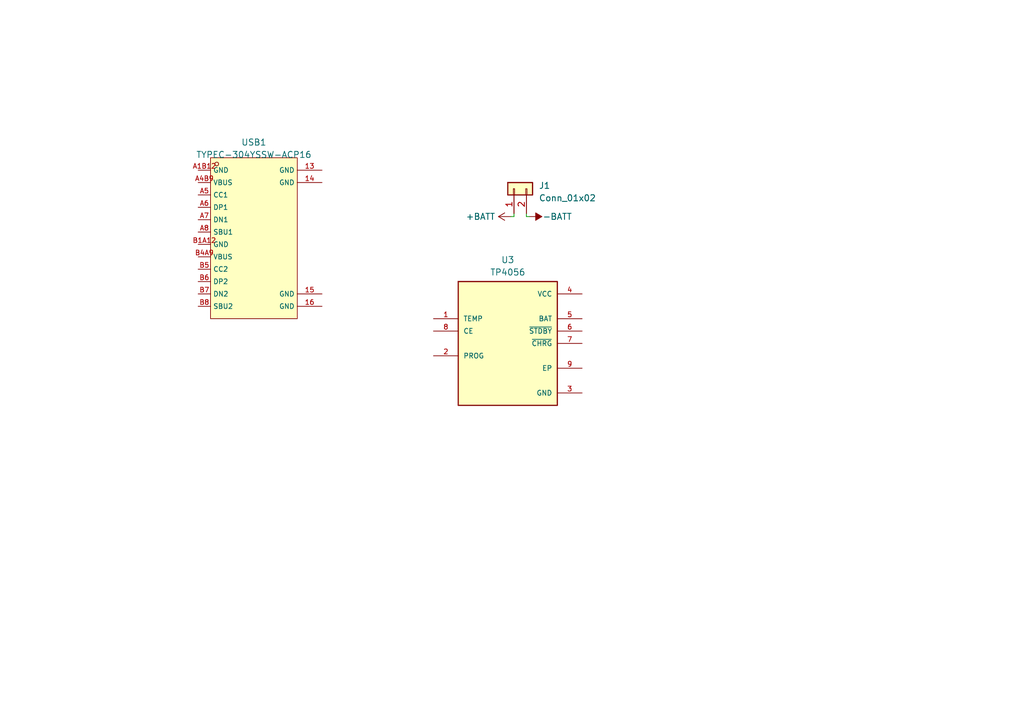
<source format=kicad_sch>
(kicad_sch (version 20230121) (generator eeschema)
  (paper "A5")
  (lib_symbols
    (symbol "Connector_Generic:Conn_01x02" (pin_names (offset 1.016) hide)
      (property "Reference" "J" (at 0 2.54 0))
      (property "Value" "Conn_01x02" (at 0 -5.08 0))
      (symbol "Conn_01x02_1_1"
        (rectangle (start -1.27 -2.413) (end 0 -2.667) (stroke (width 0.1524)))
        (rectangle (start -1.27 0.127) (end 0 -0.127) (stroke (width 0.1524)))
        (rectangle (start -1.27 1.27) (end 1.27 -3.81) (stroke (width 0.254)) (fill (type background)))
        (pin passive line (at -5.08 0 0) (length 3.81) (name "Pin_1") (number "1"))
        (pin passive line (at -5.08 -2.54 0) (length 3.81) (name "Pin_2") (number "2"))
      )
    )
    (symbol "Project Library:TP4056" (pin_names (offset 1.016))
      (property "Reference" "U" (at -10.16 13.208 0))
      (property "Value" "TP4056" (at -10.16 -15.24 0))
      (symbol "TP4056_0_0"
        (rectangle (start -10.16 -12.7) (end 10.16 12.7) (stroke (width 0.254)) (fill (type background)))
        (pin input line (at -15.24 5.08 0) (length 5.08) (name "TEMP") (number "1"))
        (pin bidirectional line (at -15.24 -2.54 0) (length 5.08) (name "PROG") (number "2"))
        (pin power_in line (at 15.24 -10.16 180) (length 5.08) (name "GND") (number "3"))
        (pin power_in line (at 15.24 10.16 180) (length 5.08) (name "VCC") (number "4"))
        (pin output line (at 15.24 5.08 180) (length 5.08) (name "BAT") (number "5"))
        (pin output line (at 15.24 2.54 180) (length 5.08) (name "~{STDBY}") (number "6"))
        (pin output line (at 15.24 0 180) (length 5.08) (name "~{CHRG}") (number "7"))
        (pin input line (at -15.24 2.54 0) (length 5.08) (name "CE") (number "8"))
        (pin passive line (at 15.24 -5.08 180) (length 5.08) (name "EP") (number "9"))
      )
    )
    (symbol "Project Library:TYPEC-304YSSW-ACP16"
      (property "Reference" "USB" (at 0 17.78 0))
      (property "Value" "TYPEC-304YSSW-ACP16" (at 0 -20.32 0))
      (symbol "TYPEC-304YSSW-ACP16_0_1"
        (rectangle (start -10.16 15.24) (end 7.62 -17.78) (fill (type background)))
        (circle (center -8.89 13.97) (radius 0.38))
        (pin unspecified line (at 12.7 12.7 180) (length 5.08) (name "GND") (number "13"))
        (pin unspecified line (at 12.7 10.16 180) (length 5.08) (name "GND") (number "14"))
        (pin unspecified line (at 12.7 -12.7 180) (length 5.08) (name "GND") (number "15"))
        (pin unspecified line (at 12.7 -15.24 180) (length 5.08) (name "GND") (number "16"))
        (pin unspecified line (at -12.7 12.7 0) (length 2.54) (name "GND") (number "A1B12"))
        (pin unspecified line (at -12.7 10.16 0) (length 2.54) (name "VBUS") (number "A4B9"))
        (pin unspecified line (at -12.7 7.62 0) (length 2.54) (name "CC1") (number "A5"))
        (pin unspecified line (at -12.7 5.08 0) (length 2.54) (name "DP1") (number "A6"))
        (pin unspecified line (at -12.7 2.54 0) (length 2.54) (name "DN1") (number "A7"))
        (pin unspecified line (at -12.7 0 0) (length 2.54) (name "SBU1") (number "A8"))
        (pin unspecified line (at -12.7 -2.54 0) (length 2.54) (name "GND") (number "B1A12"))
        (pin unspecified line (at -12.7 -5.08 0) (length 2.54) (name "VBUS") (number "B4A9"))
        (pin unspecified line (at -12.7 -7.62 0) (length 2.54) (name "CC2") (number "B5"))
        (pin unspecified line (at -12.7 -10.16 0) (length 2.54) (name "DP2") (number "B6"))
        (pin unspecified line (at -12.7 -12.7 0) (length 2.54) (name "DN2") (number "B7"))
        (pin unspecified line (at -12.7 -15.24 0) (length 2.54) (name "SBU2") (number "B8"))
      )
    )
    (symbol "power:+BATT" (power) (pin_names (offset 0))
      (property "Value" "+BATT" (at 0 3.556 0))
      (symbol "+BATT_0_1"
        (polyline (pts (xy -0.762 1.27) (xy 0 2.54)))
        (polyline (pts (xy 0 0) (xy 0 2.54)))
        (polyline (pts (xy 0 2.54) (xy 0.762 1.27)))
      )
      (symbol "+BATT_1_1"
        (pin power_in line (at 0 0 90) (length 0) hide (name "+BATT") (number "1"))
      )
    )
    (symbol "power:-BATT" (power) (pin_names (offset 0))
      (property "Value" "-BATT" (at 0 3.556 0))
      (symbol "-BATT_0_1"
        (polyline (pts (xy 0 0) (xy 0 2.54)))
        (polyline (pts (xy 0.762 1.27) (xy -0.762 1.27) (xy 0 2.54) (xy 0.762 1.27)) (fill (type outline)))
      )
      (symbol "-BATT_1_1"
        (pin power_in line (at 0 0 90) (length 0) hide (name "-BATT") (number "1"))
      )
    )
  )
  (wire (pts (xy 107.95 43.815) (xy 107.95 44.45)))
  (wire (pts (xy 105.41 44.45) (xy 104.775 44.45)))
  (wire (pts (xy 107.95 44.45) (xy 108.585 44.45)))
  (wire (pts (xy 105.41 43.815) (xy 105.41 44.45)))
  (symbol (lib_id "Connector_Generic:Conn_01x02") (at 105.41 38.735 90) (unit 1)
    (property "Reference" "J1" (at 110.49 38.1 90) (effects (justify right)))
    (property "Value" "Conn_01x02" (at 110.49 40.64 90) (effects (justify right)))
  )
  (symbol (lib_id "power:-BATT") (at 108.585 44.45 270) (unit 1)
    (property "Reference" "#PWR013" (effects hide))
    (property "Value" "-BATT" (at 114.3 44.45 90))
  )
  (symbol (lib_id "power:+BATT") (at 104.775 44.45 90) (unit 1)
    (property "Reference" "#PWR02" (effects hide))
    (property "Value" "+BATT" (at 101.6 44.45 90) (effects (justify left)))
  )
  (symbol (lib_id "Project Library:TYPEC-304YSSW-ACP16") (at 53.34 47.625 0) (unit 1)
    (property "Reference" "USB1" (at 52.07 29.21 0))
    (property "Value" "TYPEC-304YSSW-ACP16" (at 52.07 31.75 0))
    (property "Footprint" "Project Library:USB-SMD_TYPEC-304YSSW-ACP16" (effects hide))
    (property "LCSC Part" "C2840392" (effects hide))
  )
  (symbol (lib_id "Project Library:TP4056") (at 104.14 70.485 0) (unit 1)
    (property "Reference" "U3" (at 104.14 53.34 0))
    (property "Value" "TP4056" (at 104.14 55.88 0))
    (property "Footprint" "Project Library:SOP127P600X175-9N" (effects hide))
    (property "MF" "NanJing Top Power ASIC Corp." (effects hide))
    (property "MAXIMUM_PACKAGE_HEIGHT" "1.75mm" (effects hide))
    (property "Package" "Package" (effects hide))
    (property "Price" "None" (effects hide))
    (property "Check_prices" "https://www.snapeda.com/parts/TP4056/NanJing+Top+Power+ASIC+Corp./view-part/?ref=eda" (effects hide))
    (property "STANDARD" "IPC 7351B" (effects hide))
    (property "SnapEDA_Link" "https://www.snapeda.com/parts/TP4056/NanJing+Top+Power+ASIC+Corp./view-part/?ref=snap" (effects hide))
    (property "MP" "TP4056" (effects hide))
    (property "Description" "\nComplete single cell Li-Ion battery with a constant current / constant voltage linear charger\n" (effects hide))
    (property "Availability" "Not in stock" (effects hide))
    (property "MANUFACTURER" "NanJing Top Power ASIC Corp." (effects hide))
  )
)
</source>
